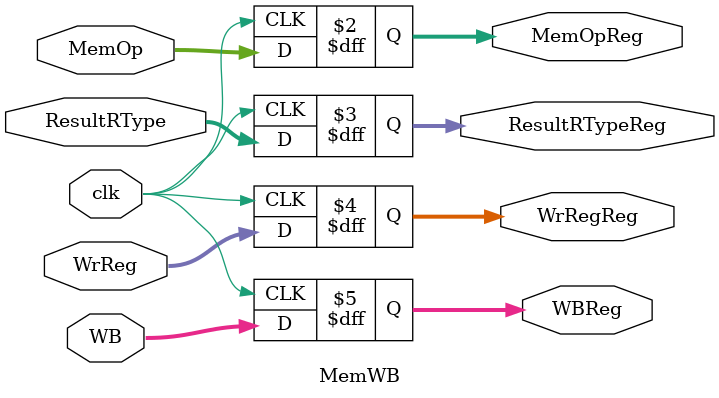
<source format=v>
`timescale 1ns / 1ps
module MemWB(
MemOp,
ResultRType,
WrReg,
WB,
MemOpReg,
ResultRTypeReg,
WrRegReg,
WBReg,
clk
    );

input [31:0] MemOp,ResultRType;
input [4:0] WrReg;
input [1:0] WB;
input clk;

output [31:0] MemOpReg,ResultRTypeReg;
output [4:0] WrRegReg;
output [1:0] WBReg;

reg [31:0] MemOpReg,ResultRTypeReg;
reg [4:0] WrRegReg;
reg [1:0] WBReg;
//assign WBReg = WB;

always @ (posedge clk)
begin
	MemOpReg <= MemOp;
	ResultRTypeReg <= ResultRType;
	WrRegReg <= WrReg;
	WBReg <= WB;
end




endmodule

</source>
